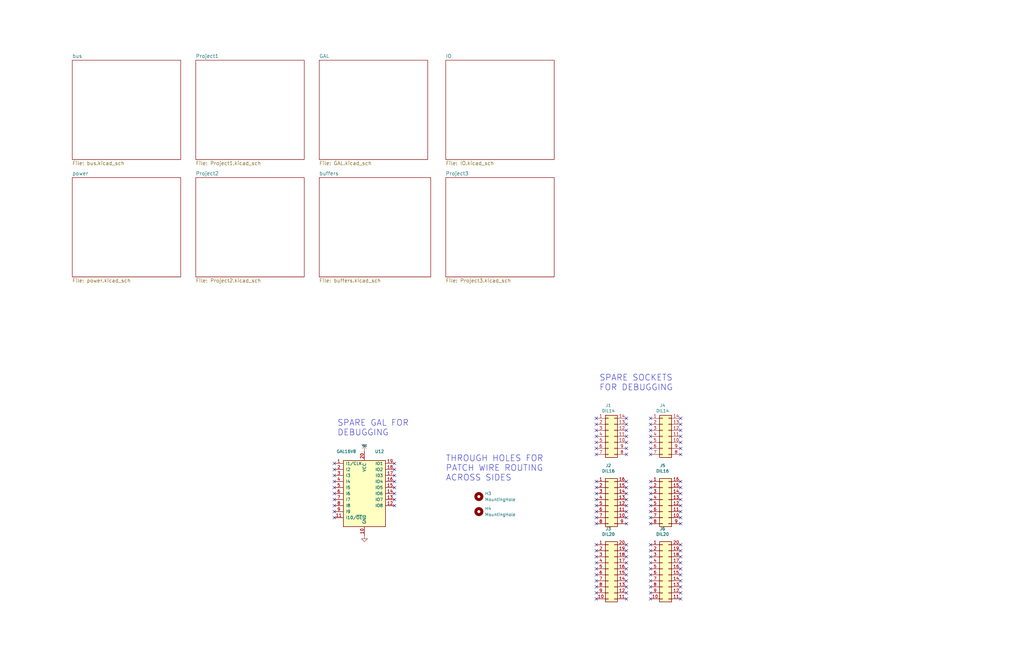
<source format=kicad_sch>
(kicad_sch (version 20211123) (generator eeschema)
  (paper "B")
  (lib_symbols
    (symbol "Connector_Generic:Conn_02x07_Counter_Clockwise" (pin_names (offset 1.016) hide)
      (property "Reference" "J" (at 1.27 10.16 0))
      (property "Value" "Conn_02x07_Counter_Clockwise" (at 1.27 -10.16 0))
      (symbol "Conn_02x07_Counter_Clockwise_1_1"
        (rectangle (start -1.27 -7.493) (end 0 -7.747) (stroke (width 0.1524)))
        (rectangle (start -1.27 -4.953) (end 0 -5.207) (stroke (width 0.1524)))
        (rectangle (start -1.27 -2.413) (end 0 -2.667) (stroke (width 0.1524)))
        (rectangle (start -1.27 0.127) (end 0 -0.127) (stroke (width 0.1524)))
        (rectangle (start -1.27 2.667) (end 0 2.413) (stroke (width 0.1524)))
        (rectangle (start -1.27 5.207) (end 0 4.953) (stroke (width 0.1524)))
        (rectangle (start -1.27 7.747) (end 0 7.493) (stroke (width 0.1524)))
        (rectangle (start -1.27 8.89) (end 3.81 -8.89) (stroke (width 0.254)) (fill (type background)))
        (rectangle (start 3.81 -7.493) (end 2.54 -7.747) (stroke (width 0.1524)))
        (rectangle (start 3.81 -4.953) (end 2.54 -5.207) (stroke (width 0.1524)))
        (rectangle (start 3.81 -2.413) (end 2.54 -2.667) (stroke (width 0.1524)))
        (rectangle (start 3.81 0.127) (end 2.54 -0.127) (stroke (width 0.1524)))
        (rectangle (start 3.81 2.667) (end 2.54 2.413) (stroke (width 0.1524)))
        (rectangle (start 3.81 5.207) (end 2.54 4.953) (stroke (width 0.1524)))
        (rectangle (start 3.81 7.747) (end 2.54 7.493) (stroke (width 0.1524)))
        (pin passive line (at -5.08 7.62 0) (length 3.81) (name "Pin_1") (number "1"))
        (pin passive line (at 7.62 -2.54 180) (length 3.81) (name "Pin_10") (number "10"))
        (pin passive line (at 7.62 0 180) (length 3.81) (name "Pin_11") (number "11"))
        (pin passive line (at 7.62 2.54 180) (length 3.81) (name "Pin_12") (number "12"))
        (pin passive line (at 7.62 5.08 180) (length 3.81) (name "Pin_13") (number "13"))
        (pin passive line (at 7.62 7.62 180) (length 3.81) (name "Pin_14") (number "14"))
        (pin passive line (at -5.08 5.08 0) (length 3.81) (name "Pin_2") (number "2"))
        (pin passive line (at -5.08 2.54 0) (length 3.81) (name "Pin_3") (number "3"))
        (pin passive line (at -5.08 0 0) (length 3.81) (name "Pin_4") (number "4"))
        (pin passive line (at -5.08 -2.54 0) (length 3.81) (name "Pin_5") (number "5"))
        (pin passive line (at -5.08 -5.08 0) (length 3.81) (name "Pin_6") (number "6"))
        (pin passive line (at -5.08 -7.62 0) (length 3.81) (name "Pin_7") (number "7"))
        (pin passive line (at 7.62 -7.62 180) (length 3.81) (name "Pin_8") (number "8"))
        (pin passive line (at 7.62 -5.08 180) (length 3.81) (name "Pin_9") (number "9"))
      )
    )
    (symbol "Connector_Generic:Conn_02x08_Counter_Clockwise" (pin_names (offset 1.016) hide)
      (property "Reference" "J" (at 1.27 10.16 0))
      (property "Value" "Conn_02x08_Counter_Clockwise" (at 1.27 -12.7 0))
      (symbol "Conn_02x08_Counter_Clockwise_1_1"
        (rectangle (start -1.27 -10.033) (end 0 -10.287) (stroke (width 0.1524)))
        (rectangle (start -1.27 -7.493) (end 0 -7.747) (stroke (width 0.1524)))
        (rectangle (start -1.27 -4.953) (end 0 -5.207) (stroke (width 0.1524)))
        (rectangle (start -1.27 -2.413) (end 0 -2.667) (stroke (width 0.1524)))
        (rectangle (start -1.27 0.127) (end 0 -0.127) (stroke (width 0.1524)))
        (rectangle (start -1.27 2.667) (end 0 2.413) (stroke (width 0.1524)))
        (rectangle (start -1.27 5.207) (end 0 4.953) (stroke (width 0.1524)))
        (rectangle (start -1.27 7.747) (end 0 7.493) (stroke (width 0.1524)))
        (rectangle (start -1.27 8.89) (end 3.81 -11.43) (stroke (width 0.254)) (fill (type background)))
        (rectangle (start 3.81 -10.033) (end 2.54 -10.287) (stroke (width 0.1524)))
        (rectangle (start 3.81 -7.493) (end 2.54 -7.747) (stroke (width 0.1524)))
        (rectangle (start 3.81 -4.953) (end 2.54 -5.207) (stroke (width 0.1524)))
        (rectangle (start 3.81 -2.413) (end 2.54 -2.667) (stroke (width 0.1524)))
        (rectangle (start 3.81 0.127) (end 2.54 -0.127) (stroke (width 0.1524)))
        (rectangle (start 3.81 2.667) (end 2.54 2.413) (stroke (width 0.1524)))
        (rectangle (start 3.81 5.207) (end 2.54 4.953) (stroke (width 0.1524)))
        (rectangle (start 3.81 7.747) (end 2.54 7.493) (stroke (width 0.1524)))
        (pin passive line (at -5.08 7.62 0) (length 3.81) (name "Pin_1") (number "1"))
        (pin passive line (at 7.62 -7.62 180) (length 3.81) (name "Pin_10") (number "10"))
        (pin passive line (at 7.62 -5.08 180) (length 3.81) (name "Pin_11") (number "11"))
        (pin passive line (at 7.62 -2.54 180) (length 3.81) (name "Pin_12") (number "12"))
        (pin passive line (at 7.62 0 180) (length 3.81) (name "Pin_13") (number "13"))
        (pin passive line (at 7.62 2.54 180) (length 3.81) (name "Pin_14") (number "14"))
        (pin passive line (at 7.62 5.08 180) (length 3.81) (name "Pin_15") (number "15"))
        (pin passive line (at 7.62 7.62 180) (length 3.81) (name "Pin_16") (number "16"))
        (pin passive line (at -5.08 5.08 0) (length 3.81) (name "Pin_2") (number "2"))
        (pin passive line (at -5.08 2.54 0) (length 3.81) (name "Pin_3") (number "3"))
        (pin passive line (at -5.08 0 0) (length 3.81) (name "Pin_4") (number "4"))
        (pin passive line (at -5.08 -2.54 0) (length 3.81) (name "Pin_5") (number "5"))
        (pin passive line (at -5.08 -5.08 0) (length 3.81) (name "Pin_6") (number "6"))
        (pin passive line (at -5.08 -7.62 0) (length 3.81) (name "Pin_7") (number "7"))
        (pin passive line (at -5.08 -10.16 0) (length 3.81) (name "Pin_8") (number "8"))
        (pin passive line (at 7.62 -10.16 180) (length 3.81) (name "Pin_9") (number "9"))
      )
    )
    (symbol "Connector_Generic:Conn_02x10_Counter_Clockwise" (pin_names (offset 1.016) hide)
      (property "Reference" "J" (at 1.27 12.7 0))
      (property "Value" "Conn_02x10_Counter_Clockwise" (at 1.27 -15.24 0))
      (symbol "Conn_02x10_Counter_Clockwise_1_1"
        (rectangle (start -1.27 -12.573) (end 0 -12.827) (stroke (width 0.1524)))
        (rectangle (start -1.27 -10.033) (end 0 -10.287) (stroke (width 0.1524)))
        (rectangle (start -1.27 -7.493) (end 0 -7.747) (stroke (width 0.1524)))
        (rectangle (start -1.27 -4.953) (end 0 -5.207) (stroke (width 0.1524)))
        (rectangle (start -1.27 -2.413) (end 0 -2.667) (stroke (width 0.1524)))
        (rectangle (start -1.27 0.127) (end 0 -0.127) (stroke (width 0.1524)))
        (rectangle (start -1.27 2.667) (end 0 2.413) (stroke (width 0.1524)))
        (rectangle (start -1.27 5.207) (end 0 4.953) (stroke (width 0.1524)))
        (rectangle (start -1.27 7.747) (end 0 7.493) (stroke (width 0.1524)))
        (rectangle (start -1.27 10.287) (end 0 10.033) (stroke (width 0.1524)))
        (rectangle (start -1.27 11.43) (end 3.81 -13.97) (stroke (width 0.254)) (fill (type background)))
        (rectangle (start 3.81 -12.573) (end 2.54 -12.827) (stroke (width 0.1524)))
        (rectangle (start 3.81 -10.033) (end 2.54 -10.287) (stroke (width 0.1524)))
        (rectangle (start 3.81 -7.493) (end 2.54 -7.747) (stroke (width 0.1524)))
        (rectangle (start 3.81 -4.953) (end 2.54 -5.207) (stroke (width 0.1524)))
        (rectangle (start 3.81 -2.413) (end 2.54 -2.667) (stroke (width 0.1524)))
        (rectangle (start 3.81 0.127) (end 2.54 -0.127) (stroke (width 0.1524)))
        (rectangle (start 3.81 2.667) (end 2.54 2.413) (stroke (width 0.1524)))
        (rectangle (start 3.81 5.207) (end 2.54 4.953) (stroke (width 0.1524)))
        (rectangle (start 3.81 7.747) (end 2.54 7.493) (stroke (width 0.1524)))
        (rectangle (start 3.81 10.287) (end 2.54 10.033) (stroke (width 0.1524)))
        (pin passive line (at -5.08 10.16 0) (length 3.81) (name "Pin_1") (number "1"))
        (pin passive line (at -5.08 -12.7 0) (length 3.81) (name "Pin_10") (number "10"))
        (pin passive line (at 7.62 -12.7 180) (length 3.81) (name "Pin_11") (number "11"))
        (pin passive line (at 7.62 -10.16 180) (length 3.81) (name "Pin_12") (number "12"))
        (pin passive line (at 7.62 -7.62 180) (length 3.81) (name "Pin_13") (number "13"))
        (pin passive line (at 7.62 -5.08 180) (length 3.81) (name "Pin_14") (number "14"))
        (pin passive line (at 7.62 -2.54 180) (length 3.81) (name "Pin_15") (number "15"))
        (pin passive line (at 7.62 0 180) (length 3.81) (name "Pin_16") (number "16"))
        (pin passive line (at 7.62 2.54 180) (length 3.81) (name "Pin_17") (number "17"))
        (pin passive line (at 7.62 5.08 180) (length 3.81) (name "Pin_18") (number "18"))
        (pin passive line (at 7.62 7.62 180) (length 3.81) (name "Pin_19") (number "19"))
        (pin passive line (at -5.08 7.62 0) (length 3.81) (name "Pin_2") (number "2"))
        (pin passive line (at 7.62 10.16 180) (length 3.81) (name "Pin_20") (number "20"))
        (pin passive line (at -5.08 5.08 0) (length 3.81) (name "Pin_3") (number "3"))
        (pin passive line (at -5.08 2.54 0) (length 3.81) (name "Pin_4") (number "4"))
        (pin passive line (at -5.08 0 0) (length 3.81) (name "Pin_5") (number "5"))
        (pin passive line (at -5.08 -2.54 0) (length 3.81) (name "Pin_6") (number "6"))
        (pin passive line (at -5.08 -5.08 0) (length 3.81) (name "Pin_7") (number "7"))
        (pin passive line (at -5.08 -7.62 0) (length 3.81) (name "Pin_8") (number "8"))
        (pin passive line (at -5.08 -10.16 0) (length 3.81) (name "Pin_9") (number "9"))
      )
    )
    (symbol "Logic_Programmable:GAL16V8" (pin_names (offset 1.016))
      (property "Reference" "U" (at -8.89 16.51 0))
      (property "Value" "GAL16V8" (at 1.27 16.51 0))
      (symbol "GAL16V8_0_0"
        (pin power_in line (at 0 -17.78 90) (length 3.81) (name "GND") (number "10"))
        (pin power_in line (at 0 17.78 270) (length 3.81) (name "VCC") (number "20"))
      )
      (symbol "GAL16V8_0_1"
        (rectangle (start -8.89 13.97) (end 8.89 -13.97) (stroke (width 0.254)) (fill (type background)))
      )
      (symbol "GAL16V8_1_1"
        (pin input line (at -12.7 12.7 0) (length 3.81) (name "I1/CLK") (number "1"))
        (pin input line (at -12.7 -10.16 0) (length 3.81) (name "I10/~{OE}") (number "11"))
        (pin tri_state line (at 12.7 -5.08 180) (length 3.81) (name "IO8") (number "12"))
        (pin tri_state line (at 12.7 -2.54 180) (length 3.81) (name "IO7") (number "13"))
        (pin tri_state line (at 12.7 0 180) (length 3.81) (name "IO6") (number "14"))
        (pin tri_state line (at 12.7 2.54 180) (length 3.81) (name "IO5") (number "15"))
        (pin tri_state line (at 12.7 5.08 180) (length 3.81) (name "IO4") (number "16"))
        (pin tri_state line (at 12.7 7.62 180) (length 3.81) (name "I03") (number "17"))
        (pin tri_state line (at 12.7 10.16 180) (length 3.81) (name "IO2") (number "18"))
        (pin tri_state line (at 12.7 12.7 180) (length 3.81) (name "IO1") (number "19"))
        (pin input line (at -12.7 10.16 0) (length 3.81) (name "I2") (number "2"))
        (pin input line (at -12.7 7.62 0) (length 3.81) (name "I3") (number "3"))
        (pin input line (at -12.7 5.08 0) (length 3.81) (name "I4") (number "4"))
        (pin input line (at -12.7 2.54 0) (length 3.81) (name "I5") (number "5"))
        (pin input line (at -12.7 0 0) (length 3.81) (name "I6") (number "6"))
        (pin input line (at -12.7 -2.54 0) (length 3.81) (name "I7") (number "7"))
        (pin input line (at -12.7 -5.08 0) (length 3.81) (name "I8") (number "8"))
        (pin input line (at -12.7 -7.62 0) (length 3.81) (name "I9") (number "9"))
      )
    )
    (symbol "Mechanical:MountingHole" (pin_names (offset 1.016))
      (property "Reference" "H" (at 0 5.08 0))
      (property "Value" "MountingHole" (at 0 3.175 0))
      (symbol "MountingHole_0_1"
        (circle (center 0 0) (radius 1.27) (stroke (width 1.27)))
      )
    )
    (symbol "power:GND" (power) (pin_names (offset 0))
      (property "Value" "GND" (at 0 -3.81 0))
      (symbol "GND_0_1"
        (polyline (pts (xy 0 0) (xy 0 -1.27) (xy 1.27 -1.27) (xy 0 -2.54) (xy -1.27 -1.27) (xy 0 -1.27)))
      )
      (symbol "GND_1_1"
        (pin power_in line (at 0 0 270) (length 0) hide (name "GND") (number "1"))
      )
    )
    (symbol "power:VCC" (power) (pin_names (offset 0))
      (property "Value" "VCC" (at 0 3.81 0))
      (symbol "VCC_0_1"
        (polyline (pts (xy -0.762 1.27) (xy 0 2.54)))
        (polyline (pts (xy 0 0) (xy 0 2.54)))
        (polyline (pts (xy 0 2.54) (xy 0.762 1.27)))
      )
      (symbol "VCC_1_1"
        (pin power_in line (at 0 0 90) (length 0) hide (name "VCC") (number "1"))
      )
    )
  )
  (no_connect (at 287.02 215.9))
  (no_connect (at 166.37 213.36))
  (no_connect (at 287.02 191.77))
  (no_connect (at 274.32 213.36))
  (no_connect (at 287.02 186.69))
  (no_connect (at 166.37 205.74))
  (no_connect (at 251.46 220.98))
  (no_connect (at 287.02 242.57))
  (no_connect (at 287.02 184.15))
  (no_connect (at 287.02 189.23))
  (no_connect (at 140.97 215.9))
  (no_connect (at 140.97 208.28))
  (no_connect (at 287.02 205.74))
  (no_connect (at 251.46 213.36))
  (no_connect (at 274.32 240.03))
  (no_connect (at 251.46 250.19))
  (no_connect (at 251.46 218.44))
  (no_connect (at 287.02 203.2))
  (no_connect (at 287.02 220.98))
  (no_connect (at 287.02 213.36))
  (no_connect (at 274.32 250.19))
  (no_connect (at 287.02 181.61))
  (no_connect (at 140.97 205.74))
  (no_connect (at 251.46 215.9))
  (no_connect (at 287.02 252.73))
  (no_connect (at 274.32 203.2))
  (no_connect (at 251.46 234.95))
  (no_connect (at 264.16 232.41))
  (no_connect (at 287.02 208.28))
  (no_connect (at 251.46 237.49))
  (no_connect (at 140.97 218.44))
  (no_connect (at 264.16 220.98))
  (no_connect (at 251.46 203.2))
  (no_connect (at 274.32 229.87))
  (no_connect (at 274.32 234.95))
  (no_connect (at 287.02 229.87))
  (no_connect (at 251.46 205.74))
  (no_connect (at 264.16 208.28))
  (no_connect (at 274.32 181.61))
  (no_connect (at 251.46 232.41))
  (no_connect (at 251.46 191.77))
  (no_connect (at 287.02 247.65))
  (no_connect (at 274.32 208.28))
  (no_connect (at 264.16 184.15))
  (no_connect (at 251.46 181.61))
  (no_connect (at 287.02 240.03))
  (no_connect (at 264.16 252.73))
  (no_connect (at 287.02 234.95))
  (no_connect (at 274.32 215.9))
  (no_connect (at 264.16 203.2))
  (no_connect (at 251.46 242.57))
  (no_connect (at 287.02 218.44))
  (no_connect (at 264.16 186.69))
  (no_connect (at 287.02 232.41))
  (no_connect (at 264.16 189.23))
  (no_connect (at 264.16 213.36))
  (no_connect (at 274.32 210.82))
  (no_connect (at 264.16 250.19))
  (no_connect (at 166.37 200.66))
  (no_connect (at 274.32 220.98))
  (no_connect (at 287.02 237.49))
  (no_connect (at 264.16 179.07))
  (no_connect (at 264.16 247.65))
  (no_connect (at 274.32 245.11))
  (no_connect (at 287.02 179.07))
  (no_connect (at 251.46 247.65))
  (no_connect (at 251.46 184.15))
  (no_connect (at 264.16 176.53))
  (no_connect (at 251.46 245.11))
  (no_connect (at 251.46 176.53))
  (no_connect (at 274.32 247.65))
  (no_connect (at 274.32 205.74))
  (no_connect (at 274.32 242.57))
  (no_connect (at 287.02 245.11))
  (no_connect (at 251.46 179.07))
  (no_connect (at 140.97 210.82))
  (no_connect (at 264.16 234.95))
  (no_connect (at 140.97 213.36))
  (no_connect (at 274.32 237.49))
  (no_connect (at 264.16 215.9))
  (no_connect (at 264.16 181.61))
  (no_connect (at 274.32 191.77))
  (no_connect (at 274.32 184.15))
  (no_connect (at 166.37 203.2))
  (no_connect (at 264.16 240.03))
  (no_connect (at 264.16 218.44))
  (no_connect (at 251.46 208.28))
  (no_connect (at 274.32 186.69))
  (no_connect (at 166.37 195.58))
  (no_connect (at 251.46 189.23))
  (no_connect (at 287.02 210.82))
  (no_connect (at 274.32 176.53))
  (no_connect (at 166.37 210.82))
  (no_connect (at 140.97 203.2))
  (no_connect (at 166.37 208.28))
  (no_connect (at 166.37 198.12))
  (no_connect (at 140.97 198.12))
  (no_connect (at 264.16 210.82))
  (no_connect (at 264.16 191.77))
  (no_connect (at 274.32 189.23))
  (no_connect (at 264.16 205.74))
  (no_connect (at 274.32 179.07))
  (no_connect (at 140.97 195.58))
  (no_connect (at 264.16 245.11))
  (no_connect (at 251.46 186.69))
  (no_connect (at 274.32 252.73))
  (no_connect (at 251.46 240.03))
  (no_connect (at 274.32 232.41))
  (no_connect (at 140.97 200.66))
  (no_connect (at 264.16 237.49))
  (no_connect (at 251.46 229.87))
  (no_connect (at 287.02 176.53))
  (no_connect (at 251.46 210.82))
  (no_connect (at 264.16 242.57))
  (no_connect (at 274.32 218.44))
  (no_connect (at 251.46 252.73))
  (no_connect (at 287.02 250.19))
  (no_connect (at 264.16 229.87))
  (text "SPARE SOCKETS\nFOR DEBUGGING" (at 252.73 165.1 0) (effects (font (size 2.54 2.54)) (justify left bottom)))
  (text "SPARE GAL FOR\nDEBUGGING" (at 142.24 184.15 0) (effects (font (size 2.54 2.54)) (justify left bottom)))
  (text "THROUGH HOLES FOR\nPATCH WIRE ROUTING\nACROSS SIDES" (at 187.96 203.2 0) (effects (font (size 2.54 2.54)) (justify left bottom)))
  (symbol (lib_id "Connector_Generic:Conn_02x07_Counter_Clockwise") (at 256.54 184.15 0) (unit 1)
    (property "Reference" "J1" (at 256.54 171.069 0))
    (property "Value" "DIL14" (at 256.54 173.3804 0))
    (property "Footprint" "Package_DIP:DIP-14_W7.62mm" (effects hide))
  )
  (symbol (lib_id "Connector_Generic:Conn_02x08_Counter_Clockwise") (at 256.54 210.82 0) (unit 1)
    (property "Reference" "J2" (at 256.54 196.469 0))
    (property "Value" "DIL16" (at 256.54 198.7804 0))
    (property "Footprint" "Package_DIP:DIP-16_W7.62mm" (effects hide))
  )
  (symbol (lib_id "Connector_Generic:Conn_02x10_Counter_Clockwise") (at 256.54 240.03 0) (unit 1)
    (property "Reference" "J3" (at 256.54 223.139 0))
    (property "Value" "DIL20" (at 256.54 225.4504 0))
    (property "Footprint" "Package_DIP:DIP-20_W7.62mm" (effects hide))
  )
  (symbol (lib_id "Connector_Generic:Conn_02x07_Counter_Clockwise") (at 279.4 184.15 0) (unit 1)
    (property "Reference" "J4" (at 279.4 171.069 0))
    (property "Value" "DIL14" (at 279.4 173.3804 0))
    (property "Footprint" "Package_DIP:DIP-14_W7.62mm" (effects hide))
  )
  (symbol (lib_id "Connector_Generic:Conn_02x08_Counter_Clockwise") (at 279.4 210.82 0) (unit 1)
    (property "Reference" "J5" (at 279.4 196.469 0))
    (property "Value" "DIL16" (at 279.4 198.7804 0))
    (property "Footprint" "Package_DIP:DIP-16_W7.62mm" (effects hide))
  )
  (symbol (lib_id "Connector_Generic:Conn_02x10_Counter_Clockwise") (at 279.4 240.03 0) (unit 1)
    (property "Reference" "J6" (at 279.4 223.139 0))
    (property "Value" "DIL20" (at 279.4 225.4504 0))
    (property "Footprint" "Package_DIP:DIP-20_W7.62mm" (effects hide))
  )
  (symbol (lib_id "power:GND") (at 153.67 226.06 0) (unit 1)
    (property "Reference" "#PWR011" (effects hide))
    (property "Value" "GND" (effects hide))
  )
  (symbol (lib_id "Mechanical:MountingHole") (at 201.93 209.55 0) (unit 1)
    (property "Reference" "H3" (at 204.47 208.2799 0) (effects (justify left)))
    (property "Value" "MountingHole" (at 204.47 210.8199 0) (effects (justify left)))
    (property "Footprint" "MountingHole:MountingHole_2.1mm" (effects hide))
  )
  (symbol (lib_id "Logic_Programmable:GAL16V8") (at 153.67 208.28 0) (unit 1)
    (property "Reference" "U12" (at 160.02 190.5 0))
    (property "Value" "GAL16V8" (at 146.05 190.5 0))
    (property "Footprint" "Package_DIP:DIP-20_W7.62mm" (effects hide))
  )
  (symbol (lib_id "power:VCC") (at 153.67 190.5 0) (unit 1)
    (property "Reference" "#PWR010" (effects hide))
    (property "Value" "VCC" (at 153.67 187.96 0) (effects (font (size 0.762 0.762))))
  )
  (symbol (lib_id "Mechanical:MountingHole") (at 201.93 215.9 0) (unit 1)
    (property "Reference" "H4" (at 204.47 214.6299 0) (effects (justify left)))
    (property "Value" "MountingHole" (at 204.47 217.1699 0) (effects (justify left)))
    (property "Footprint" "MountingHole:MountingHole_2.1mm" (effects hide))
  )
  (sheet (at 134.62 25.4) (size 45.72 41.91)
    (property "Sheet name" "GAL" (at 134.62 24.5614 0) (effects (font (size 1.524 1.524)) (justify left bottom)))
    (property "Sheet file" "GAL.kicad_sch" (at 134.62 67.9962 0) (effects (font (size 1.524 1.524)) (justify left top)))
  )
  (sheet (at 134.62 74.93) (size 46.99 41.91)
    (property "Sheet name" "buffers" (at 134.62 74.0914 0) (effects (font (size 1.524 1.524)) (justify left bottom)))
    (property "Sheet file" "buffers.kicad_sch" (at 134.62 117.5262 0) (effects (font (size 1.524 1.524)) (justify left top)))
  )
  (sheet (at 30.48 25.4) (size 45.72 41.91)
    (property "Sheet name" "bus" (at 30.48 24.5614 0) (effects (font (size 1.524 1.524)) (justify left bottom)))
    (property "Sheet file" "bus.kicad_sch" (at 30.48 67.9962 0) (effects (font (size 1.524 1.524)) (justify left top)))
  )
  (sheet (at 30.48 74.93) (size 45.72 41.91)
    (property "Sheet name" "power" (at 30.48 74.0914 0) (effects (font (size 1.524 1.524)) (justify left bottom)))
    (property "Sheet file" "power.kicad_sch" (at 30.48 117.5262 0) (effects (font (size 1.524 1.524)) (justify left top)))
  )
  (sheet (at 82.55 25.4) (size 45.72 41.91)
    (property "Sheet name" "Project1" (at 82.55 24.5614 0) (effects (font (size 1.524 1.524)) (justify left bottom)))
    (property "Sheet file" "Project1.kicad_sch" (at 82.55 67.9962 0) (effects (font (size 1.524 1.524)) (justify left top)))
  )
  (sheet (at 82.55 74.93) (size 45.72 41.91)
    (property "Sheet name" "Project2" (at 82.55 74.0914 0) (effects (font (size 1.524 1.524)) (justify left bottom)))
    (property "Sheet file" "Project2.kicad_sch" (at 82.55 117.5262 0) (effects (font (size 1.524 1.524)) (justify left top)))
  )
  (sheet (at 187.96 74.93) (size 45.72 41.91)
    (property "Sheet name" "Project3" (at 187.96 74.0914 0) (effects (font (size 1.524 1.524)) (justify left bottom)))
    (property "Sheet file" "Project3.kicad_sch" (at 187.96 117.5262 0) (effects (font (size 1.524 1.524)) (justify left top)))
  )
  (sheet (at 187.96 25.4) (size 45.72 41.91)
    (property "Sheet name" "IO" (at 187.96 24.5614 0) (effects (font (size 1.524 1.524)) (justify left bottom)))
    (property "Sheet file" "IO.kicad_sch" (at 187.96 67.9962 0) (effects (font (size 1.524 1.524)) (justify left top)))
  )
)
</source>
